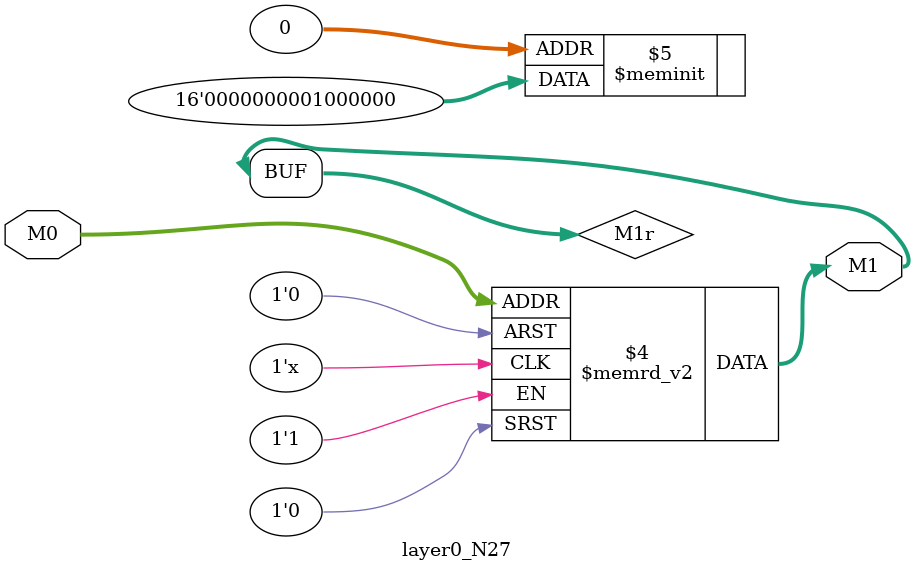
<source format=v>
module layer0_N27 ( input [2:0] M0, output [1:0] M1 );

	(*rom_style = "distributed" *) reg [1:0] M1r;
	assign M1 = M1r;
	always @ (M0) begin
		case (M0)
			3'b000: M1r = 2'b00;
			3'b100: M1r = 2'b00;
			3'b010: M1r = 2'b00;
			3'b110: M1r = 2'b00;
			3'b001: M1r = 2'b00;
			3'b101: M1r = 2'b00;
			3'b011: M1r = 2'b01;
			3'b111: M1r = 2'b00;

		endcase
	end
endmodule

</source>
